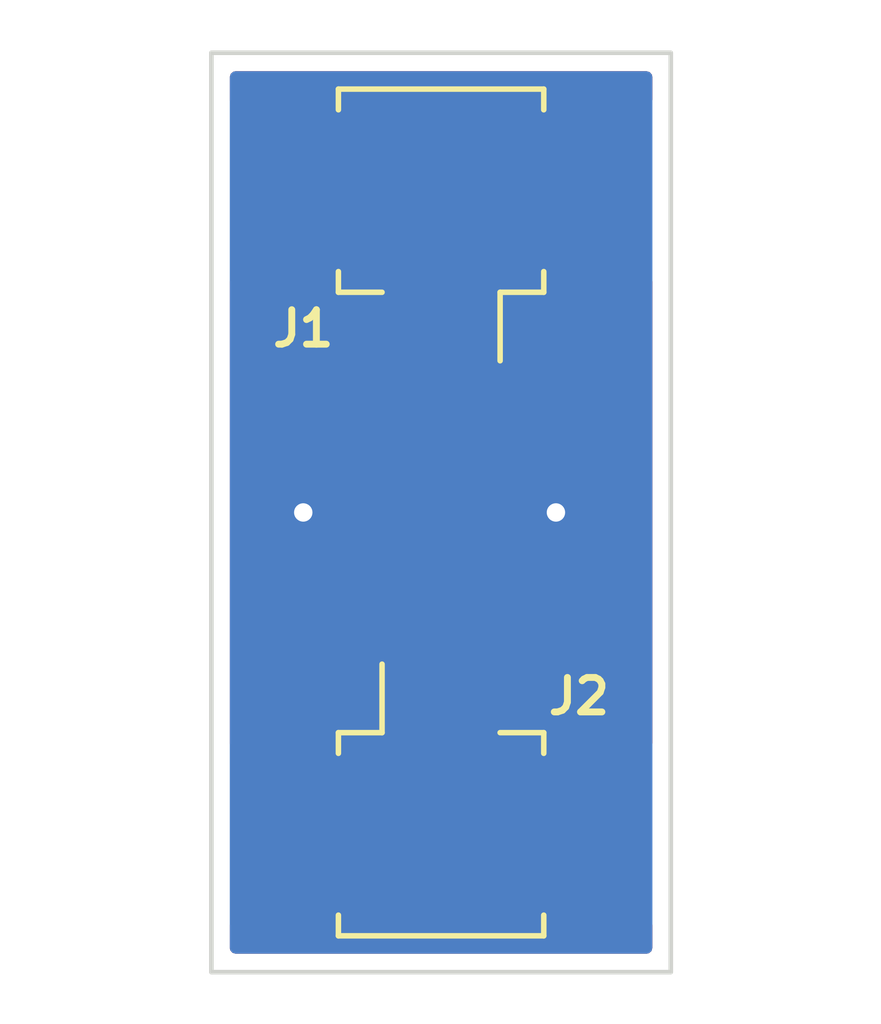
<source format=kicad_pcb>
(kicad_pcb (version 20240108) (generator "pcbnew") (generator_version "8.0")
  (layers (0 "F.Cu" signal) (31 "B.Cu" signal) (34 "B.Paste" user) (35 "F.Paste" user) (36 "B.SilkS" user "B.Silkscreen") (37 "F.SilkS" user "F.Silkscreen") (38 "B.Mask" user) (39 "F.Mask" user) (44 "Edge.Cuts" user))
  (net 0 "")
  (net 1 "GND")
  (net 2 "/Power_PostSwitch")
  (footprint "Connector_Molex:Molex_PicoBlade_53261-0271_1x02-1MP_P1.25mm_Horizontal" (layer "F.Cu") (at 55 66.5)
    (property "Reference" "J2" (at 3 -2.5 0) (layer "F.SilkS") (effects (font (size 0.75 0.75))))
    (property "Value" "Conn_01x02_MountingPin")
    (fp_line (start -2.235 -1.71) (end -1.285 -1.71) (stroke (width 0.12)) (layer "F.SilkS"))
    (fp_line (start -2.235 -1.26) (end -2.235 -1.71) (stroke (width 0.12)) (layer "F.SilkS"))
    (fp_line (start -2.235 2.26) (end -2.235 2.71) (stroke (width 0.12)) (layer "F.SilkS"))
    (fp_line (start -2.235 2.71) (end 2.235 2.71) (stroke (width 0.12)) (layer "F.SilkS"))
    (fp_line (start -1.285 -1.71) (end -1.285 -3.2) (stroke (width 0.12)) (layer "F.SilkS"))
    (fp_line (start 2.235 -1.71) (end 1.285 -1.71) (stroke (width 0.12)) (layer "F.SilkS"))
    (fp_line (start 2.235 -1.26) (end 2.235 -1.71) (stroke (width 0.12)) (layer "F.SilkS"))
    (fp_line (start 2.235 2.71) (end 2.235 2.26) (stroke (width 0.12)) (layer "F.SilkS"))
    (pad "1" smd roundrect (at -0.625 -2.4) (size 0.8 1.6) (layers "F.Cu" "F.Paste" "F.Mask") (net 2 "/Power_PostSwitch"))
    (pad "2" smd roundrect (at 0.625 -2.4) (size 0.8 1.6) (layers "F.Cu" "F.Paste" "F.Mask") (net 1 "GND"))
    (pad "MP" smd roundrect (at -3.175 0.5) (size 2.1 3) (layers "F.Cu" "F.Paste" "F.Mask") (roundrect_rratio 0.1190480952) (net 1 "GND"))
    (pad "MP" smd roundrect (at 3.175 0.5) (size 2.1 3) (layers "F.Cu" "F.Paste" "F.Mask") (roundrect_rratio 0.1190480952) (net 1 "GND"))
  )
  (footprint "Connector_Molex:Molex_PicoBlade_53261-0271_1x02-1MP_P1.25mm_Horizontal" (layer "F.Cu") (at 55 53.5 180)
    (property "Reference" "J1" (at 3 -2.5 0) (layer "F.SilkS") (effects (font (size 0.75 0.75))))
    (property "Value" "Conn_01x02_MountingPin")
    (fp_line (start 2.235 2.71) (end 2.235 2.26) (stroke (width 0.12)) (layer "F.SilkS"))
    (fp_line (start 2.235 -1.26) (end 2.235 -1.71) (stroke (width 0.12)) (layer "F.SilkS"))
    (fp_line (start 2.235 -1.71) (end 1.285 -1.71) (stroke (width 0.12)) (layer "F.SilkS"))
    (fp_line (start -1.285 -1.71) (end -1.285 -3.2) (stroke (width 0.12)) (layer "F.SilkS"))
    (fp_line (start -2.235 2.71) (end 2.235 2.71) (stroke (width 0.12)) (layer "F.SilkS"))
    (fp_line (start -2.235 2.26) (end -2.235 2.71) (stroke (width 0.12)) (layer "F.SilkS"))
    (fp_line (start -2.235 -1.26) (end -2.235 -1.71) (stroke (width 0.12)) (layer "F.SilkS"))
    (fp_line (start -2.235 -1.71) (end -1.285 -1.71) (stroke (width 0.12)) (layer "F.SilkS"))
    (pad "1" smd roundrect (at -0.625 -2.4 180) (size 0.8 1.6) (layers "F.Cu" "F.Paste" "F.Mask") (net 1 "GND"))
    (pad "2" smd roundrect (at 0.625 -2.4 180) (size 0.8 1.6) (layers "F.Cu" "F.Paste" "F.Mask") (net 2 "/Power_PostSwitch"))
    (pad "MP" smd roundrect (at -3.175 0.5 180) (size 2.1 3) (layers "F.Cu" "F.Paste" "F.Mask") (roundrect_rratio 0.1190480952) (net 1 "GND"))
    (pad "MP" smd roundrect (at 3.175 0.5 180) (size 2.1 3) (layers "F.Cu" "F.Paste" "F.Mask") (roundrect_rratio 0.1190480952) (net 1 "GND"))
  )
  (gr_rect (start 50 50) (end 60 70) (stroke (width 0.1)) (fill none) (layer "Edge.Cuts"))
  (via (at 57.5 60) (size 0.8) (drill 0.4) (layers "F.Cu" "B.Cu") (net 1))
  (via (at 52 60) (size 0.8) (drill 0.4) (layers "F.Cu" "B.Cu") (net 1))
  (segment (start 54.375 55.9) (end 54.375 64.1) (width 0.5) (layer "F.Cu") (net 2))
  (zone (net 1) (net_name "GND") (layer "F.Cu") (connect_pads (clearance 0.508)) (min_thickness 0.254) (fill yes (thermal_gap 0.508) (thermal_bridge_width 0.508))
    (polygon (pts (xy 60.5 70.5) (xy 49.5 70.5) (xy 49.5 49.5) (xy 60.5 49.5)))
  )
  (zone (net 1) (net_name "GND") (layer "B.Cu") (connect_pads (clearance 0.508)) (min_thickness 0.254) (fill yes (thermal_gap 0.508) (thermal_bridge_width 0.508))
    (polygon (pts (xy 60.5 70.5) (xy 49.5 70.5) (xy 49.5 49.5) (xy 60.5 49.5)))
  )
)
</source>
